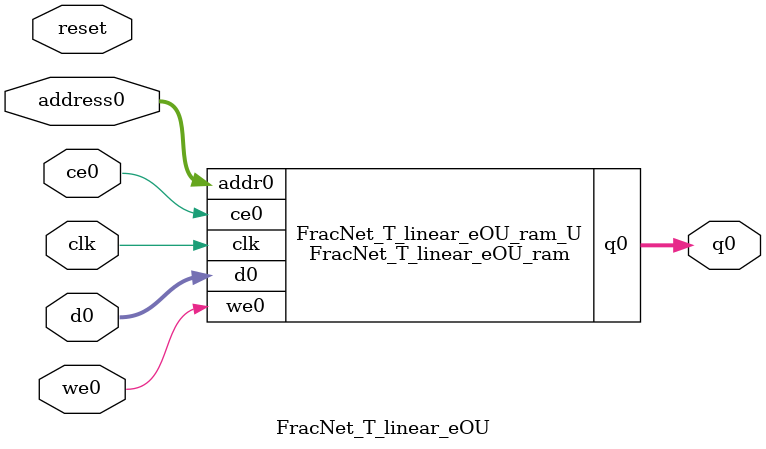
<source format=v>
`timescale 1 ns / 1 ps
module FracNet_T_linear_eOU_ram (addr0, ce0, d0, we0, q0,  clk);

parameter DWIDTH = 32;
parameter AWIDTH = 4;
parameter MEM_SIZE = 10;

input[AWIDTH-1:0] addr0;
input ce0;
input[DWIDTH-1:0] d0;
input we0;
output reg[DWIDTH-1:0] q0;
input clk;

(* ram_style = "distributed" *)reg [DWIDTH-1:0] ram[0:MEM_SIZE-1];




always @(posedge clk)  
begin 
    if (ce0) begin
        if (we0) 
            ram[addr0] <= d0; 
        q0 <= ram[addr0];
    end
end


endmodule

`timescale 1 ns / 1 ps
module FracNet_T_linear_eOU(
    reset,
    clk,
    address0,
    ce0,
    we0,
    d0,
    q0);

parameter DataWidth = 32'd32;
parameter AddressRange = 32'd10;
parameter AddressWidth = 32'd4;
input reset;
input clk;
input[AddressWidth - 1:0] address0;
input ce0;
input we0;
input[DataWidth - 1:0] d0;
output[DataWidth - 1:0] q0;



FracNet_T_linear_eOU_ram FracNet_T_linear_eOU_ram_U(
    .clk( clk ),
    .addr0( address0 ),
    .ce0( ce0 ),
    .we0( we0 ),
    .d0( d0 ),
    .q0( q0 ));

endmodule


</source>
